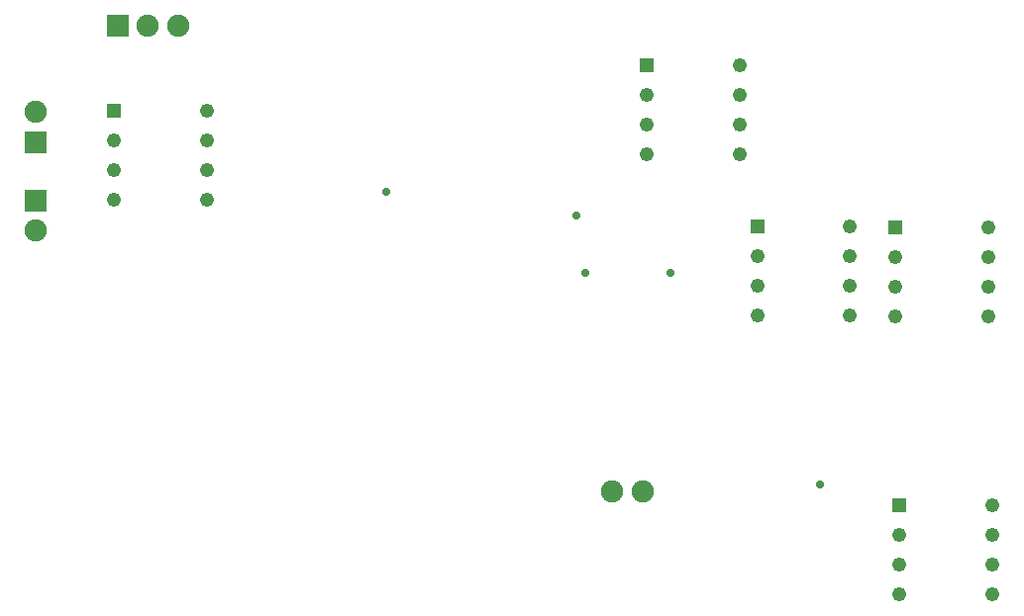
<source format=gbs>
G04*
G04 #@! TF.GenerationSoftware,Altium Limited,Altium Designer,24.0.1 (36)*
G04*
G04 Layer_Color=16711935*
%FSLAX44Y44*%
%MOMM*%
G71*
G04*
G04 #@! TF.SameCoordinates,20C74B94-4111-4091-B890-7D796C08C91C*
G04*
G04*
G04 #@! TF.FilePolarity,Negative*
G04*
G01*
G75*
%ADD21R,1.2300X1.2300*%
%ADD22C,1.2300*%
%ADD23R,1.9000X1.9000*%
%ADD24C,1.9000*%
%ADD25R,1.9000X1.9000*%
%ADD26C,0.7000*%
D21*
X952800Y1066100D02*
D03*
X496800Y1027100D02*
D03*
X1047000Y927400D02*
D03*
X1164800Y927100D02*
D03*
X1168800Y689100D02*
D03*
D22*
X952800Y1040700D02*
D03*
Y1015300D02*
D03*
Y989900D02*
D03*
X1032200D02*
D03*
Y1015300D02*
D03*
Y1040700D02*
D03*
Y1066100D02*
D03*
X496800Y1001700D02*
D03*
Y976300D02*
D03*
Y950900D02*
D03*
X576200D02*
D03*
Y976300D02*
D03*
Y1001700D02*
D03*
Y1027100D02*
D03*
X1047000Y902000D02*
D03*
Y876600D02*
D03*
Y851200D02*
D03*
X1126400D02*
D03*
Y876600D02*
D03*
Y902000D02*
D03*
Y927400D02*
D03*
X1164800Y901700D02*
D03*
Y876300D02*
D03*
Y850900D02*
D03*
X1244200D02*
D03*
Y876300D02*
D03*
Y901700D02*
D03*
Y927100D02*
D03*
X1168800Y663700D02*
D03*
Y638300D02*
D03*
Y612900D02*
D03*
X1248200D02*
D03*
Y638300D02*
D03*
Y663700D02*
D03*
Y689100D02*
D03*
D23*
X500000Y1100000D02*
D03*
D24*
X552000D02*
D03*
X526000D02*
D03*
X430000Y1026000D02*
D03*
Y924000D02*
D03*
X923000Y701000D02*
D03*
X949000D02*
D03*
D25*
X430000Y1000000D02*
D03*
Y950000D02*
D03*
D26*
X729996Y957580D02*
D03*
X892556Y937006D02*
D03*
X899668Y888238D02*
D03*
X973092D02*
D03*
X1100582Y706518D02*
D03*
M02*

</source>
